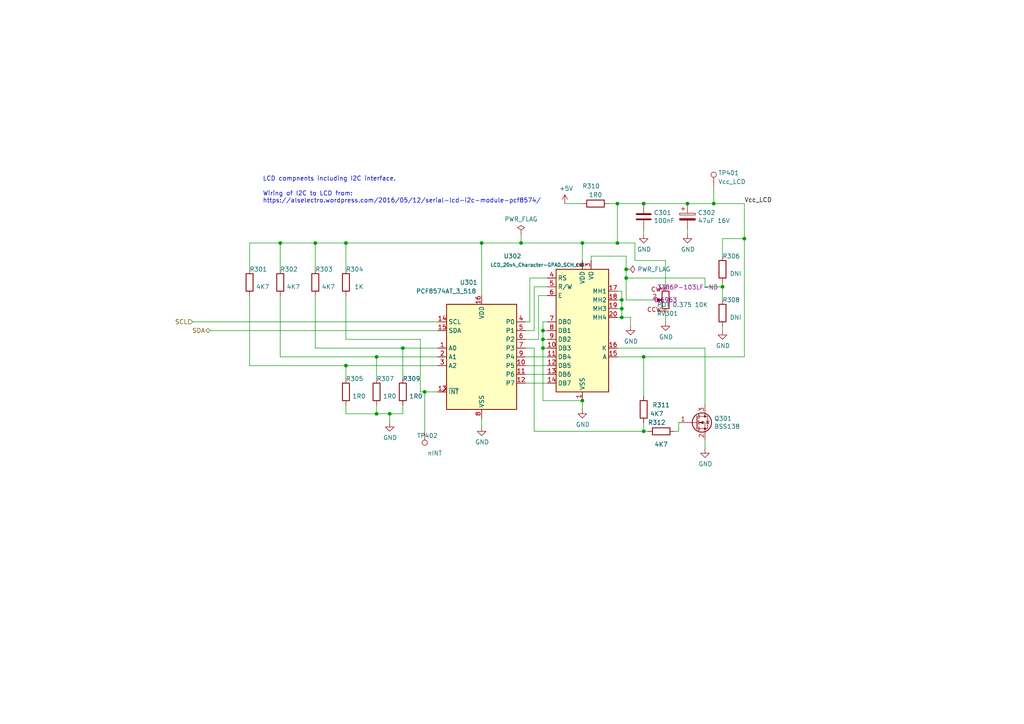
<source format=kicad_sch>
(kicad_sch (version 20230121) (generator eeschema)
  (paper "A4")
  (lib_symbols
    (symbol "Connector:TestPoint" (pin_numbers hide) (pin_names (offset 0.762) hide)
      (property "Reference" "TP" (at 0 6.858 0))
      (property "Value" "TestPoint" (at 0 5.08 0))
      (symbol "TestPoint_0_1"
        (circle (center 0 3.302) (radius 0.762))
      )
      (symbol "TestPoint_1_1"
        (pin passive line (at 0 0 90) (length 2.54) (name "1") (number "1"))
      )
    )
    (symbol "Device:C" (pin_numbers hide) (pin_names (offset 0.254))
      (property "Reference" "C" (at 0.635 2.54 0))
      (property "Value" "C" (at 0.635 -2.54 0))
      (symbol "C_0_1"
        (polyline (pts (xy -2.032 -0.762) (xy 2.032 -0.762)) (stroke (width 0.508)))
        (polyline (pts (xy -2.032 0.762) (xy 2.032 0.762)) (stroke (width 0.508)))
      )
      (symbol "C_1_1"
        (pin passive line (at 0 3.81 270) (length 2.794) (name "~") (number "1"))
        (pin passive line (at 0 -3.81 90) (length 2.794) (name "~") (number "2"))
      )
    )
    (symbol "Device:C_Polarized" (pin_numbers hide) (pin_names (offset 0.254))
      (property "Reference" "C" (at 0.635 2.54 0))
      (property "Value" "C_Polarized" (at 0.635 -2.54 0))
      (symbol "C_Polarized_0_1"
        (rectangle (start -2.286 0.508) (end 2.286 1.016))
        (polyline (pts (xy -1.778 2.286) (xy -0.762 2.286)))
        (polyline (pts (xy -1.27 2.794) (xy -1.27 1.778)))
        (rectangle (start 2.286 -0.508) (end -2.286 -1.016) (fill (type outline)))
      )
      (symbol "C_Polarized_1_1"
        (pin passive line (at 0 3.81 270) (length 2.794) (name "~") (number "1"))
        (pin passive line (at 0 -3.81 90) (length 2.794) (name "~") (number "2"))
      )
    )
    (symbol "Device:R" (pin_numbers hide) (pin_names (offset 0))
      (property "Reference" "R" (at 2.032 0 90))
      (property "Value" "R" (at 0 0 90))
      (symbol "R_0_1"
        (rectangle (start -1.016 -2.54) (end 1.016 2.54) (stroke (width 0.254)))
      )
      (symbol "R_1_1"
        (pin passive line (at 0 3.81 270) (length 1.27) (name "~") (number "1"))
        (pin passive line (at 0 -3.81 90) (length 1.27) (name "~") (number "2"))
      )
    )
    (symbol "GPAD_SCH_LIB:LCD_20x4_Character-GPAD_SCH_LIB"
      (property "Reference" "U" (at -6.35 19.05 0))
      (property "Value" "LCD_20x4_Character-GPAD_SCH_LIB" (at 5.08 19.05 0))
      (symbol "LCD_20x4_Character-GPAD_SCH_LIB_0_1"
        (rectangle (start -7.62 17.78) (end 7.62 -17.78) (stroke (width 0.254)) (fill (type background)))
      )
      (symbol "LCD_20x4_Character-GPAD_SCH_LIB_1_1"
        (pin power_in line (at 0 -20.32 90) (length 2.54) (name "VSS") (number "1"))
        (pin input line (at -10.16 -5.08 0) (length 2.54) (name "DB3") (number "10"))
        (pin bidirectional line (at -10.16 -7.62 0) (length 2.54) (name "DB4") (number "11"))
        (pin bidirectional line (at -10.16 -10.16 0) (length 2.54) (name "DB5") (number "12"))
        (pin bidirectional line (at -10.16 -12.7 0) (length 2.54) (name "DB6") (number "13"))
        (pin bidirectional line (at -10.16 -15.24 0) (length 2.54) (name "DB7") (number "14"))
        (pin passive line (at 10.16 -7.62 180) (length 2.54) (name "A") (number "15"))
        (pin passive line (at 10.16 -5.08 180) (length 2.54) (name "K") (number "16"))
        (pin power_in line (at 10.16 11.43 180) (length 2.54) (name "MH1") (number "17"))
        (pin power_in line (at 10.16 8.89 180) (length 2.54) (name "MH2") (number "18"))
        (pin power_in line (at 10.16 6.35 180) (length 2.54) (name "MH3") (number "19"))
        (pin power_in line (at 0 20.32 270) (length 2.54) (name "VDD") (number "2"))
        (pin power_in line (at 10.16 3.81 180) (length 2.54) (name "MH4") (number "20"))
        (pin power_in line (at 2.54 20.32 270) (length 2.54) (name "VO") (number "3"))
        (pin input line (at -10.16 15.24 0) (length 2.54) (name "RS") (number "4"))
        (pin input line (at -10.16 12.7 0) (length 2.54) (name "R/W") (number "5"))
        (pin input line (at -10.16 10.16 0) (length 2.54) (name "E") (number "6"))
        (pin input line (at -10.16 2.54 0) (length 2.54) (name "DB0") (number "7"))
        (pin input line (at -10.16 0 0) (length 2.54) (name "DB1") (number "8"))
        (pin input line (at -10.16 -2.54 0) (length 2.54) (name "DB2") (number "9"))
      )
    )
    (symbol "GPAD_SCH_LIB:PCF8574AT_3_518"
      (property "Reference" "U301" (at 2.0194 20.32 0))
      (property "Value" "PCF8574AT_3_518" (at 2.0194 17.78 0))
      (symbol "PCF8574AT_3_518_0_1"
        (rectangle (start -10.16 15.24) (end 10.16 -15.24) (stroke (width 0.254)) (fill (type background)))
      )
      (symbol "PCF8574AT_3_518_1_1"
        (pin input line (at -12.7 2.54 0) (length 2.54) (name "A0") (number "1"))
        (pin bidirectional line (at 12.7 -2.54 180) (length 2.54) (name "P5") (number "10"))
        (pin bidirectional line (at 12.7 -5.08 180) (length 2.54) (name "P6") (number "11"))
        (pin bidirectional line (at 12.7 -7.62 180) (length 2.54) (name "P7") (number "12"))
        (pin open_collector output_low (at -12.7 -10.16 0) (length 2.54) (name "~{INT}") (number "13"))
        (pin input line (at -12.7 10.16 0) (length 2.54) (name "SCL") (number "14"))
        (pin bidirectional line (at -12.7 7.62 0) (length 2.54) (name "SDA") (number "15"))
        (pin power_in line (at 0 17.78 270) (length 2.54) (name "VDD") (number "16"))
        (pin input line (at -12.7 0 0) (length 2.54) (name "A1") (number "2"))
        (pin input line (at -12.7 -2.54 0) (length 2.54) (name "A2") (number "3"))
        (pin bidirectional line (at 12.7 10.16 180) (length 2.54) (name "P0") (number "4"))
        (pin bidirectional line (at 12.7 7.62 180) (length 2.54) (name "P1") (number "5"))
        (pin bidirectional line (at 12.7 5.08 180) (length 2.54) (name "P2") (number "6"))
        (pin bidirectional line (at 12.7 2.54 180) (length 2.54) (name "P3") (number "7"))
        (pin power_in line (at 0 -17.78 90) (length 2.54) (name "VSS") (number "8"))
        (pin bidirectional line (at 12.7 0 180) (length 2.54) (name "P4") (number "9"))
      )
    )
    (symbol "GPAD_SCH_LIB:POT 0.375 10K" (pin_names (offset 1.016) hide)
      (property "Reference" "RV301" (at 2.54 3.9371 0))
      (property "Value" "POT 0.375 10K" (at 2.54 1.3971 0))
      (property "Assembly Type" "HAND" (at 2.54 -1.1429 0))
      (property "Distributor 2 PN" "3386P-103LF-ND" (at 2.54 -3.6829 0))
      (property "Cost" "0.6963" (at 0 0 0))
      (symbol "POT 0.375 10K_0_0"
        (text "CCW" (at 3.302 2.794 0) (effects (font (size 1.27 1.27))))
        (text "CW" (at 2.794 -3.048 0) (effects (font (size 1.27 1.27))))
      )
      (symbol "POT 0.375 10K_0_1"
        (polyline (pts (xy 2.54 0) (xy 1.524 0)))
        (polyline (pts (xy 1.143 0) (xy 2.286 0.508) (xy 2.286 -0.508) (xy 1.143 0)) (fill (type outline)))
        (rectangle (start 1.016 2.54) (end -1.016 -2.54) (stroke (width 0.254)))
      )
      (symbol "POT 0.375 10K_1_1"
        (pin passive line (at 0 3.81 270) (length 1.27) (name "1") (number "1"))
        (pin passive line (at 3.81 0 180) (length 1.27) (name "2") (number "2"))
        (pin passive line (at 0 -3.81 90) (length 1.27) (name "3") (number "3"))
      )
    )
    (symbol "Transistor_FET:BSS138" (pin_names hide)
      (property "Reference" "Q" (at 5.08 1.905 0))
      (property "Value" "BSS138" (at 5.08 0 0))
      (symbol "BSS138_0_1"
        (polyline (pts (xy 0.254 0) (xy -2.54 0)))
        (polyline (pts (xy 0.254 1.905) (xy 0.254 -1.905)) (stroke (width 0.254)))
        (polyline (pts (xy 0.762 -1.27) (xy 0.762 -2.286)) (stroke (width 0.254)))
        (polyline (pts (xy 0.762 0.508) (xy 0.762 -0.508)) (stroke (width 0.254)))
        (polyline (pts (xy 0.762 2.286) (xy 0.762 1.27)) (stroke (width 0.254)))
        (polyline (pts (xy 2.54 2.54) (xy 2.54 1.778)))
        (polyline (pts (xy 2.54 -2.54) (xy 2.54 0) (xy 0.762 0)))
        (polyline (pts (xy 0.762 -1.778) (xy 3.302 -1.778) (xy 3.302 1.778) (xy 0.762 1.778)))
        (polyline (pts (xy 1.016 0) (xy 2.032 0.381) (xy 2.032 -0.381) (xy 1.016 0)) (fill (type outline)))
        (polyline (pts (xy 2.794 0.508) (xy 2.921 0.381) (xy 3.683 0.381) (xy 3.81 0.254)))
        (polyline (pts (xy 3.302 0.381) (xy 2.921 -0.254) (xy 3.683 -0.254) (xy 3.302 0.381)))
        (circle (center 1.651 0) (radius 2.794) (stroke (width 0.254)))
        (circle (center 2.54 -1.778) (radius 0.254) (fill (type outline)))
        (circle (center 2.54 1.778) (radius 0.254) (fill (type outline)))
      )
      (symbol "BSS138_1_1"
        (pin input line (at -5.08 0 0) (length 2.54) (name "G") (number "1"))
        (pin passive line (at 2.54 -5.08 90) (length 2.54) (name "S") (number "2"))
        (pin passive line (at 2.54 5.08 270) (length 2.54) (name "D") (number "3"))
      )
    )
    (symbol "power:+5V" (power) (pin_names (offset 0))
      (property "Value" "+5V" (at 0 3.556 0))
      (symbol "+5V_0_1"
        (polyline (pts (xy -0.762 1.27) (xy 0 2.54)))
        (polyline (pts (xy 0 0) (xy 0 2.54)))
        (polyline (pts (xy 0 2.54) (xy 0.762 1.27)))
      )
      (symbol "+5V_1_1"
        (pin power_in line (at 0 0 90) (length 0) hide (name "+5V") (number "1"))
      )
    )
    (symbol "power:GND" (power) (pin_names (offset 0))
      (property "Value" "GND" (at 0 -3.81 0))
      (symbol "GND_0_1"
        (polyline (pts (xy 0 0) (xy 0 -1.27) (xy 1.27 -1.27) (xy 0 -2.54) (xy -1.27 -1.27) (xy 0 -1.27)))
      )
      (symbol "GND_1_1"
        (pin power_in line (at 0 0 270) (length 0) hide (name "GND") (number "1"))
      )
    )
    (symbol "power:PWR_FLAG" (power) (pin_numbers hide) (pin_names (offset 0) hide)
      (property "Value" "PWR_FLAG" (at 0 3.81 0))
      (symbol "PWR_FLAG_0_0"
        (pin power_out line (at 0 0 90) (length 0) (name "pwr") (number "1"))
      )
      (symbol "PWR_FLAG_0_1"
        (polyline (pts (xy 0 0) (xy 0 1.27) (xy -1.016 1.905) (xy 0 2.54) (xy 1.016 1.905) (xy 0 1.27)))
      )
    )
  )
  (junction (at 168.91 70.485))
  (junction (at 116.84 100.965))
  (junction (at 157.48 100.965))
  (junction (at 179.07 70.485))
  (junction (at 109.22 103.505))
  (junction (at 179.07 59.055))
  (junction (at 186.69 59.055))
  (junction (at 180.34 92.075))
  (junction (at 181.61 80.645))
  (junction (at 157.48 98.425))
  (junction (at 181.61 78.105))
  (junction (at 91.44 70.485))
  (junction (at 180.34 89.535))
  (junction (at 199.39 59.055))
  (junction (at 109.22 120.015))
  (junction (at 186.69 125.095))
  (junction (at 123.19 113.665))
  (junction (at 215.9 69.215))
  (junction (at 209.55 83.185))
  (junction (at 113.03 120.015))
  (junction (at 157.48 95.885))
  (junction (at 139.7 70.485))
  (junction (at 100.33 70.485))
  (junction (at 151.13 70.485))
  (junction (at 168.91 116.205))
  (junction (at 100.33 106.045))
  (junction (at 81.28 70.485))
  (junction (at 186.69 103.505))
  (junction (at 207.01 59.055))
  (junction (at 180.34 86.995))
  (wire (pts (xy 179.07 84.455) (xy 180.34 84.455)))
  (wire (pts (xy 152.4 103.505) (xy 158.75 103.505)))
  (wire (pts (xy 180.34 92.075) (xy 182.88 92.075)))
  (wire (pts (xy 151.13 67.945) (xy 151.13 70.485)))
  (wire (pts (xy 181.61 80.645) (xy 204.47 80.645)))
  (wire (pts (xy 109.22 109.855) (xy 109.22 103.505)))
  (wire (pts (xy 186.69 103.505) (xy 179.07 103.505)))
  (wire (pts (xy 152.4 95.885) (xy 154.94 95.885)))
  (wire (pts (xy 158.75 100.965) (xy 157.48 100.965)))
  (wire (pts (xy 179.07 89.535) (xy 180.34 89.535)))
  (wire (pts (xy 154.94 125.095) (xy 186.69 125.095)))
  (wire (pts (xy 163.83 59.055) (xy 168.91 59.055)))
  (wire (pts (xy 154.94 95.885) (xy 154.94 83.185)))
  (wire (pts (xy 181.61 86.995) (xy 189.23 86.995)))
  (wire (pts (xy 179.07 100.965) (xy 204.47 100.965)))
  (wire (pts (xy 181.61 74.295) (xy 181.61 78.105)))
  (wire (pts (xy 215.9 103.505) (xy 186.69 103.505)))
  (wire (pts (xy 209.55 83.185) (xy 209.55 81.915)))
  (wire (pts (xy 151.13 70.485) (xy 168.91 70.485)))
  (wire (pts (xy 157.48 93.345) (xy 158.75 93.345)))
  (wire (pts (xy 209.55 95.885) (xy 209.55 94.615)))
  (wire (pts (xy 199.39 66.675) (xy 199.39 67.945)))
  (wire (pts (xy 72.39 70.485) (xy 81.28 70.485)))
  (wire (pts (xy 204.47 83.185) (xy 209.55 83.185)))
  (wire (pts (xy 113.03 122.555) (xy 113.03 120.015)))
  (wire (pts (xy 180.34 84.455) (xy 180.34 86.995)))
  (wire (pts (xy 204.47 100.965) (xy 204.47 117.475)))
  (wire (pts (xy 184.15 75.565) (xy 193.04 75.565)))
  (wire (pts (xy 215.9 69.215) (xy 215.9 103.505)))
  (wire (pts (xy 91.44 70.485) (xy 100.33 70.485)))
  (wire (pts (xy 158.75 98.425) (xy 157.48 98.425)))
  (wire (pts (xy 157.48 95.885) (xy 157.48 93.345)))
  (wire (pts (xy 157.48 100.965) (xy 157.48 116.205)))
  (wire (pts (xy 156.21 85.725) (xy 158.75 85.725)))
  (wire (pts (xy 168.91 118.745) (xy 168.91 116.205)))
  (wire (pts (xy 215.9 59.055) (xy 215.9 69.215)))
  (wire (pts (xy 152.4 108.585) (xy 158.75 108.585)))
  (wire (pts (xy 176.53 59.055) (xy 179.07 59.055)))
  (wire (pts (xy 100.33 109.855) (xy 100.33 106.045)))
  (wire (pts (xy 199.39 59.055) (xy 207.01 59.055)))
  (wire (pts (xy 139.7 123.825) (xy 139.7 121.285)))
  (wire (pts (xy 157.48 100.965) (xy 157.48 98.425)))
  (wire (pts (xy 72.39 106.045) (xy 72.39 85.725)))
  (wire (pts (xy 209.55 86.995) (xy 209.55 83.185)))
  (wire (pts (xy 81.28 78.105) (xy 81.28 70.485)))
  (wire (pts (xy 100.33 106.045) (xy 72.39 106.045)))
  (wire (pts (xy 186.69 125.095) (xy 186.69 122.555)))
  (wire (pts (xy 113.03 120.015) (xy 116.84 120.015)))
  (wire (pts (xy 81.28 103.505) (xy 81.28 85.725)))
  (wire (pts (xy 109.22 117.475) (xy 109.22 120.015)))
  (wire (pts (xy 193.04 90.805) (xy 193.04 93.345)))
  (wire (pts (xy 127 103.505) (xy 109.22 103.505)))
  (wire (pts (xy 153.67 80.645) (xy 153.67 93.345)))
  (wire (pts (xy 186.69 114.935) (xy 186.69 103.505)))
  (wire (pts (xy 116.84 120.015) (xy 116.84 117.475)))
  (wire (pts (xy 100.33 120.015) (xy 109.22 120.015)))
  (wire (pts (xy 121.92 113.665) (xy 121.92 98.425)))
  (wire (pts (xy 204.47 127.635) (xy 204.47 130.175)))
  (wire (pts (xy 181.61 78.105) (xy 181.61 80.645)))
  (wire (pts (xy 179.07 70.485) (xy 168.91 70.485)))
  (wire (pts (xy 121.92 113.665) (xy 123.19 113.665)))
  (wire (pts (xy 182.88 92.075) (xy 182.88 94.615)))
  (wire (pts (xy 207.01 59.055) (xy 215.9 59.055)))
  (wire (pts (xy 72.39 78.105) (xy 72.39 70.485)))
  (wire (pts (xy 158.75 80.645) (xy 153.67 80.645)))
  (wire (pts (xy 156.21 98.425) (xy 156.21 85.725)))
  (wire (pts (xy 123.19 113.665) (xy 127 113.665)))
  (wire (pts (xy 123.19 125.095) (xy 123.19 113.665)))
  (wire (pts (xy 109.22 103.505) (xy 81.28 103.505)))
  (wire (pts (xy 204.47 80.645) (xy 204.47 83.185)))
  (wire (pts (xy 171.45 74.295) (xy 181.61 74.295)))
  (wire (pts (xy 193.04 83.185) (xy 193.04 75.565)))
  (wire (pts (xy 181.61 80.645) (xy 181.61 86.995)))
  (wire (pts (xy 179.07 70.485) (xy 184.15 70.485)))
  (wire (pts (xy 184.15 70.485) (xy 184.15 75.565)))
  (wire (pts (xy 179.07 59.055) (xy 179.07 70.485)))
  (wire (pts (xy 139.7 85.725) (xy 139.7 70.485)))
  (wire (pts (xy 100.33 70.485) (xy 139.7 70.485)))
  (wire (pts (xy 157.48 98.425) (xy 157.48 95.885)))
  (wire (pts (xy 168.91 70.485) (xy 168.91 75.565)))
  (wire (pts (xy 207.01 53.975) (xy 207.01 59.055)))
  (wire (pts (xy 127 106.045) (xy 100.33 106.045)))
  (wire (pts (xy 127 100.965) (xy 116.84 100.965)))
  (wire (pts (xy 186.69 67.945) (xy 186.69 66.675)))
  (wire (pts (xy 100.33 85.725) (xy 100.33 98.425)))
  (wire (pts (xy 179.07 86.995) (xy 180.34 86.995)))
  (wire (pts (xy 157.48 116.205) (xy 168.91 116.205)))
  (wire (pts (xy 180.34 89.535) (xy 180.34 92.075)))
  (wire (pts (xy 91.44 100.965) (xy 91.44 85.725)))
  (wire (pts (xy 196.85 122.555) (xy 196.85 125.095)))
  (wire (pts (xy 152.4 98.425) (xy 156.21 98.425)))
  (wire (pts (xy 116.84 109.855) (xy 116.84 100.965)))
  (wire (pts (xy 116.84 100.965) (xy 91.44 100.965)))
  (wire (pts (xy 179.07 92.075) (xy 180.34 92.075)))
  (wire (pts (xy 152.4 111.125) (xy 158.75 111.125)))
  (wire (pts (xy 158.75 95.885) (xy 157.48 95.885)))
  (wire (pts (xy 195.58 125.095) (xy 196.85 125.095)))
  (wire (pts (xy 152.4 100.965) (xy 154.94 100.965)))
  (wire (pts (xy 60.96 95.885) (xy 127 95.885)))
  (wire (pts (xy 109.22 120.015) (xy 113.03 120.015)))
  (wire (pts (xy 209.55 69.215) (xy 215.9 69.215)))
  (wire (pts (xy 121.92 98.425) (xy 100.33 98.425)))
  (wire (pts (xy 179.07 59.055) (xy 186.69 59.055)))
  (wire (pts (xy 154.94 83.185) (xy 158.75 83.185)))
  (wire (pts (xy 81.28 70.485) (xy 91.44 70.485)))
  (wire (pts (xy 100.33 117.475) (xy 100.33 120.015)))
  (wire (pts (xy 186.69 125.095) (xy 187.96 125.095)))
  (wire (pts (xy 152.4 106.045) (xy 158.75 106.045)))
  (wire (pts (xy 55.88 93.345) (xy 127 93.345)))
  (wire (pts (xy 154.94 100.965) (xy 154.94 125.095)))
  (wire (pts (xy 153.67 93.345) (xy 152.4 93.345)))
  (wire (pts (xy 91.44 78.105) (xy 91.44 70.485)))
  (wire (pts (xy 209.55 74.295) (xy 209.55 69.215)))
  (wire (pts (xy 139.7 70.485) (xy 151.13 70.485)))
  (wire (pts (xy 180.34 86.995) (xy 180.34 89.535)))
  (wire (pts (xy 186.69 59.055) (xy 199.39 59.055)))
  (wire (pts (xy 171.45 75.565) (xy 171.45 74.295)))
  (wire (pts (xy 100.33 78.105) (xy 100.33 70.485)))
  (text "LCD compnents including I2C interface." (at 76.2 52.705 0) (effects (font (size 1.27 1.27)) (justify left bottom)))
  (text "Wiring of I2C to LCD from:\nhttps://alselectro.wordpress.com/2016/05/12/serial-lcd-i2c-module-pcf8574/" (at 76.2 59.055 0) (effects (font (size 1.27 1.27)) (justify left bottom)))
  (label "Vcc_LCD" (at 215.9 59.055 0))
  (hierarchical_label "SCL" (shape input) (at 55.88 93.345 180))
  (hierarchical_label "SDA" (shape bidirectional) (at 60.96 95.885 180))
  (symbol (lib_id "Device:R") (at 172.72 59.055 270) (unit 1)
    (property "Reference" "R310" (at 171.45 53.975 90))
    (property "Value" "1R0" (at 172.72 56.515 90))
    (property "Footprint" "Resistor_SMD:R_0603_1608Metric_Pad0.98x0.95mm_HandSolder" (effects hide))
    (property "Distributor 1" "JLCPCB" (effects hide))
    (property "Distributor 1 PN" "C269434" (effects hide))
    (property "Manufacturer" "TyoHM" (effects hide))
    (property "MPN" "RMC060315%N" (effects hide))
    (property "Description" "0.1W ±5% 1Ω 0603 Chip Resistor - Surface Mount ROHS" (effects hide))
    (property "AssemblyType" "SMT" (effects hide))
    (property "Cost" "0.0015" (effects hide))
    (instances (project "GeneralPurposeAlarmDevicePCB" (path "" (reference "R310") (unit 1))) (project "Krake_V1" (path "" (reference "R20") (unit 1)) (path "" (reference "R?") (unit 1))))
  )
  (symbol (lib_id "Connector:TestPoint") (at 207.01 53.975 0) (unit 1)
    (property "Reference" "TP401" (at 208.28 50.165 0) (effects (justify left)))
    (property "Value" "Vcc_LCD" (at 208.28 52.705 0) (effects (justify left)))
    (property "Footprint" "TestPoint:TestPoint_Loop_D2.54mm_Drill1.5mm_Beaded" (effects hide))
    (property "AssemblyType" "HAND" (effects hide))
    (instances (project "GeneralPurposeAlarmDevicePCB" (path "" (reference "TP401") (unit 1))) (project "Krake_V1" (path "" (reference "TP5") (unit 1)) (path "" (reference "TP?") (unit 1))))
  )
  (symbol (lib_id "Device:C_Polarized") (at 199.39 62.865 0) (unit 1)
    (property "Reference" "C302" (at 202.3872 61.6966 0) (effects (justify left)))
    (property "Value" "47uF 16V" (at 202.3872 64.008 0) (effects (justify left)))
    (property "Footprint" "Capacitor_SMD:CP_Elec_5x5.4" (effects hide))
    (property "Distributor 1" "JLCPCB" (effects hide))
    (property "Distributor 1 PN" "C2895272" (effects hide))
    (property "Manufacturer" "KNSCHA" (effects hide))
    (property "MPN" "RVT47UF16V67RV0019" (effects hide))
    (property "AssemblyType" "SMT" (effects hide))
    (property "Cost" "0.038" (effects hide))
    (instances (project "GeneralPurposeAlarmDevicePCB" (path "" (reference "C302") (unit 1))) (project "Krake_V1" (path "" (reference "C9") (unit 1)) (path "" (reference "C?") (unit 1))))
  )
  (symbol (lib_id "Device:C") (at 186.69 62.865 0) (unit 1)
    (property "Reference" "C301" (at 189.611 61.6966 0) (effects (justify left)))
    (property "Value" "100nF" (at 189.611 64.008 0) (effects (justify left)))
    (property "Footprint" "Capacitor_SMD:C_0603_1608Metric_Pad1.08x0.95mm_HandSolder" (effects hide))
    (property "Distributor 1" "JLCPCB" (effects hide))
    (property "Distributor 1 PN" "C14663" (effects hide))
    (property "Manufacturer" "YAGEO" (effects hide))
    (property "MPN" "CC0603KRX7R9BB104" (effects hide))
    (property "Description" "50V 100nF X7R ±10% 0603 Multilayer Ceramic Capacitors MLCC - SMD/SMT ROHS" (effects hide))
    (property "AssemblyType" "SMT" (effects hide))
    (property "Cost" "0.0021" (effects hide))
    (instances (project "GeneralPurposeAlarmDevicePCB" (path "" (reference "C301") (unit 1))) (project "Krake_V1" (path "" (reference "C8") (unit 1)) (path "" (reference "C?") (unit 1))))
  )
  (symbol (lib_id "Device:R") (at 186.69 118.745 180) (unit 1)
    (property "Reference" "R311" (at 191.77 117.475 0))
    (property "Value" "4K7" (at 190.5 120.015 0))
    (property "Footprint" "Resistor_SMD:R_0603_1608Metric_Pad0.98x0.95mm_HandSolder" (effects hide))
    (property "Distributor 1" "JLCPCB" (effects hide))
    (property "Distributor 1 PN" "C269713" (effects hide))
    (property "Manufacturer" "TyoHM" (effects hide))
    (property "MPN" "RMC 0603 4K7 F N" (effects hide))
    (property "Description" "1W ±1% 4.7kΩ 0603 Chip Resistor - Surface Mount ROHS" (effects hide))
    (property "AssemblyType" "SMT" (effects hide))
    (property "Cost" "0.0015" (effects hide))
    (instances (project "GeneralPurposeAlarmDevicePCB" (path "" (reference "R311") (unit 1))) (project "Krake_V1" (path "" (reference "R21") (unit 1)) (path "" (reference "R?") (unit 1))))
  )
  (symbol (lib_id "Device:R") (at 109.22 113.665 0) (unit 1)
    (property "Reference" "R307" (at 111.76 109.855 0))
    (property "Value" "1R0" (at 113.03 114.935 0))
    (property "Footprint" "Resistor_SMD:R_0603_1608Metric_Pad0.98x0.95mm_HandSolder" (effects hide))
    (property "Distributor 1" "JLCPCB" (effects hide))
    (property "Distributor 1 PN" "C269434" (effects hide))
    (property "Manufacturer" "TyoHM" (effects hide))
    (property "MPN" "RMC060315%N" (effects hide))
    (property "Description" "0.1W ±5% 1Ω 0603 Chip Resistor - Surface Mount ROHS" (effects hide))
    (property "AssemblyType" "SMT" (effects hide))
    (property "Cost" "0.0015" (effects hide))
    (instances (project "GeneralPurposeAlarmDevicePCB" (path "" (reference "R307") (unit 1))) (project "Krake_V1" (path "" (reference "R10") (unit 1)) (path "" (reference "R?") (unit 1))))
  )
  (symbol (lib_id "power:PWR_FLAG") (at 181.61 78.105 270) (unit 1)
    (property "Reference" "#FLG0302" (effects hide))
    (property "Value" "PWR_FLAG" (at 184.8612 78.105 90) (effects (justify left)))
    (instances (project "GeneralPurposeAlarmDevicePCB" (path "" (reference "#FLG0302") (unit 1))) (project "Krake_V1" (path "" (reference "#FLG06") (unit 1)) (path "" (reference "#FLG08") (unit 1))))
  )
  (symbol (lib_id "Device:R") (at 191.77 125.095 270) (unit 1)
    (property "Reference" "R312" (at 190.5 122.555 90))
    (property "Value" "4K7" (at 191.77 128.905 90))
    (property "Footprint" "Resistor_SMD:R_0603_1608Metric_Pad0.98x0.95mm_HandSolder" (effects hide))
    (property "Distributor 1" "JLCPCB" (effects hide))
    (property "Distributor 1 PN" "C269713" (effects hide))
    (property "Manufacturer" "TyoHM" (effects hide))
    (property "MPN" "RMC 0603 4K7 F N" (effects hide))
    (property "Description" "1W ±1% 4.7kΩ 0603 Chip Resistor - Surface Mount ROHS" (effects hide))
    (property "AssemblyType" "SMT" (effects hide))
    (property "Cost" "0.0015" (effects hide))
    (instances (project "GeneralPurposeAlarmDevicePCB" (path "" (reference "R312") (unit 1))) (project "Krake_V1" (path "" (reference "R22") (unit 1)) (path "" (reference "R?") (unit 1))))
  )
  (symbol (lib_id "power:GND") (at 186.69 67.945 0) (unit 1)
    (property "Reference" "#PWR0305" (effects hide))
    (property "Value" "GND" (at 186.817 72.3392 0))
    (instances (project "GeneralPurposeAlarmDevicePCB" (path "" (reference "#PWR0305") (unit 1))) (project "Krake_V1" (path "" (reference "#PWR026") (unit 1)) (path "" (reference "#PWR039") (unit 1))))
  )
  (symbol (lib_id "GPAD_SCH_LIB:PCF8574AT_3_518") (at 139.7 103.505 0) (unit 1)
    (property "Reference" "U301" (at 133.35 81.915 0) (effects (justify left)))
    (property "Value" "PCF8574AT_3_518" (at 120.65 84.455 0) (effects (justify left)))
    (property "Footprint" "Package_SO:SOIC-16W_7.5x10.3mm_P1.27mm" (effects hide))
    (property "Datasheet" "https://datasheet.lcsc.com/lcsc/1811151526_NXP-Semicon-PCF8574AT-3-518_C86832.pdf" (effects hide))
    (property "AssemblyType" "SMT" (effects hide))
    (property "Cost" "1.87" (effects hide))
    (property "Distributor 1" "JLCPCB" (effects hide))
    (property "Distributor 1 PN" "C86832" (effects hide))
    (property "MPN" "PCF8574AT_3_518" (effects hide))
    (instances (project "GeneralPurposeAlarmDevicePCB" (path "" (reference "U301") (unit 1))) (project "Krake_V1" (path "" (reference "U2") (unit 1)) (path "" (reference "U?") (unit 1))))
  )
  (symbol (lib_id "GPAD_SCH_LIB:POT 0.375 10K") (at 193.04 86.995 180) (unit 1)
    (property "Reference" "RV301" (at 190.5 90.9321 0) (effects (justify right)))
    (property "Value" "POT 0.375 10K" (at 190.5 88.3921 0) (effects (justify right)))
    (property "Footprint" "GeneralPurposeAlarmDevicePCB:Potentiometer_Bourns_3386P_Vertical" (effects hide))
    (property "Datasheet" "https://www.bourns.com/docs/Product-Datasheets/3386.pdf" (effects hide))
    (property "Distributor 1" "JLCPCB" (effects hide))
    (property "Distributor 1 PN" "C116281" (effects hide))
    (property "MPN" "3386P-1-103LF" (effects hide))
    (property "Distributor 2" "Digi-Key" (effects hide))
    (property "Distributor 2 PN" "3386P-103LF-ND" (at 190.5 83.3121 0) (effects (justify right)))
    (property "Cost" "0.6963" (at 193.04 86.995 0))
    (property "Manufacturer" "BOURNS" (effects hide))
    (property "AssemblyType" "SMT" (effects hide))
    (property "Description" "±10% ±100ppm/℃ 10kΩ Plugin Variable Resistors/Potentiometers ROHS" (effects hide))
    (instances (project "GeneralPurposeAlarmDevicePCB" (path "" (reference "RV301") (unit 1))) (project "Krake_V1" (path "" (reference "RV1") (unit 1)) (path "" (reference "RV?") (unit 1))))
  )
  (symbol (lib_id "power:GND") (at 199.39 67.945 0) (unit 1)
    (property "Reference" "#PWR0307" (effects hide))
    (property "Value" "GND" (at 199.517 72.3392 0))
    (instances (project "GeneralPurposeAlarmDevicePCB" (path "" (reference "#PWR0307") (unit 1))) (project "Krake_V1" (path "" (reference "#PWR028") (unit 1)) (path "" (reference "#PWR041") (unit 1))))
  )
  (symbol (lib_id "power:GND") (at 113.03 122.555 0) (unit 1)
    (property "Reference" "#PWR0301" (effects hide))
    (property "Value" "GND" (at 113.157 126.9492 0))
    (instances (project "GeneralPurposeAlarmDevicePCB" (path "" (reference "#PWR0301") (unit 1))) (project "Krake_V1" (path "" (reference "#PWR03") (unit 1)) (path "" (reference "#PWR034") (unit 1))))
  )
  (symbol (lib_id "Device:R") (at 116.84 113.665 0) (unit 1)
    (property "Reference" "R309" (at 119.38 109.855 0))
    (property "Value" "1R0" (at 120.65 114.935 0))
    (property "Footprint" "Resistor_SMD:R_0603_1608Metric_Pad0.98x0.95mm_HandSolder" (effects hide))
    (property "Distributor 1" "JLCPCB" (effects hide))
    (property "Distributor 1 PN" "C269434" (effects hide))
    (property "Manufacturer" "TyoHM" (effects hide))
    (property "MPN" "RMC060315%N" (effects hide))
    (property "Description" "0.1W ±5% 1Ω 0603 Chip Resistor - Surface Mount ROHS" (effects hide))
    (property "AssemblyType" "SMT" (effects hide))
    (property "Cost" "0.0015" (effects hide))
    (instances (project "GeneralPurposeAlarmDevicePCB" (path "" (reference "R309") (unit 1))) (project "Krake_V1" (path "" (reference "R12") (unit 1)) (path "" (reference "R?") (unit 1))))
  )
  (symbol (lib_id "Device:R") (at 91.44 81.915 180) (unit 1)
    (property "Reference" "R303" (at 93.98 78.105 0))
    (property "Value" "4K7" (at 95.25 83.185 0))
    (property "Footprint" "Resistor_SMD:R_0603_1608Metric_Pad0.98x0.95mm_HandSolder" (effects hide))
    (property "Distributor 1" "JLCPCB" (effects hide))
    (property "Distributor 1 PN" "C269713" (effects hide))
    (property "Manufacturer" "TyoHM" (effects hide))
    (property "MPN" "RMC 0603 4K7 F N" (effects hide))
    (property "Description" "1W ±1% 4.7kΩ 0603 Chip Resistor - Surface Mount ROHS" (effects hide))
    (property "AssemblyType" "SMT" (effects hide))
    (property "Cost" "0.0015" (effects hide))
    (instances (project "GeneralPurposeAlarmDevicePCB" (path "" (reference "R303") (unit 1))) (project "Krake_V1" (path "" (reference "R7") (unit 1)) (path "" (reference "R?") (unit 1))))
  )
  (symbol (lib_id "power:GND") (at 139.7 123.825 0) (unit 1)
    (property "Reference" "#PWR0302" (effects hide))
    (property "Value" "GND" (at 139.827 128.2192 0))
    (instances (project "GeneralPurposeAlarmDevicePCB" (path "" (reference "#PWR0302") (unit 1))) (project "Krake_V1" (path "" (reference "#PWR04") (unit 1)) (path "" (reference "#PWR035") (unit 1))))
  )
  (symbol (lib_id "Device:R") (at 100.33 113.665 0) (unit 1)
    (property "Reference" "R305" (at 102.87 109.855 0))
    (property "Value" "1R0" (at 104.14 114.935 0))
    (property "Footprint" "Resistor_SMD:R_0603_1608Metric_Pad0.98x0.95mm_HandSolder" (effects hide))
    (property "Distributor 1" "JLCPCB" (effects hide))
    (property "Distributor 1 PN" "C269434" (effects hide))
    (property "Manufacturer" "TyoHM" (effects hide))
    (property "MPN" "RMC060315%N" (effects hide))
    (property "Description" "0.1W ±5% 1Ω 0603 Chip Resistor - Surface Mount ROHS" (effects hide))
    (property "AssemblyType" "SMT" (effects hide))
    (property "Cost" "0.0015" (effects hide))
    (instances (project "GeneralPurposeAlarmDevicePCB" (path "" (reference "R305") (unit 1))) (project "Krake_V1" (path "" (reference "R9") (unit 1)) (path "" (reference "R?") (unit 1))))
  )
  (symbol (lib_id "GPAD_SCH_LIB:LCD_20x4_Character-GPAD_SCH_LIB") (at 168.91 95.885 0) (unit 1)
    (property "Reference" "U302" (at 146.05 74.295 0) (effects (justify left)))
    (property "Value" "LCD_20x4_Character-GPAD_SCH_LIB" (at 142.24 76.835 0) (effects (font (size 1 1)) (justify left)))
    (property "Footprint" "GPAD:LCD_2004A" (effects hide))
    (property "Distributor 1" "Aliexpress" (effects hide))
    (property "Distributor 1 PN" "https://www.aliexpress.com/item/3256803213374992.html" (effects hide))
    (property "Distributor 2" "Amazon" (effects hide))
    (property "Distributor 2 PN" "https://www.amazon.com/GeeekPi-Interface-Adapter-Backlight-Raspberry/dp/B07QLRD3TM/ref=sr_1_2" (effects hide))
    (property "Cost" "4.99" (effects hide))
    (property "AssemblyType" "HAND" (effects hide))
    (instances (project "GeneralPurposeAlarmDevicePCB" (path "" (reference "U302") (unit 1))) (project "Krake_V1" (path "" (reference "U3") (unit 1)) (path "" (reference "U?") (unit 1))))
  )
  (symbol (lib_id "Connector:TestPoint") (at 123.19 125.095 180) (unit 1)
    (property "Reference" "TP402" (at 127 126.365 0) (effects (justify left)))
    (property "Value" "nINT" (at 128.27 131.445 0) (effects (justify left)))
    (property "Footprint" "TestPoint:TestPoint_Loop_D2.54mm_Drill1.5mm_Beaded" (effects hide))
    (property "AssemblyType" "HAND" (effects hide))
    (instances (project "GeneralPurposeAlarmDevicePCB" (path "" (reference "TP402") (unit 1))) (project "Krake_V1" (path "" (reference "TP3") (unit 1)) (path "" (reference "TP?") (unit 1))))
  )
  (symbol (lib_id "Device:R") (at 72.39 81.915 180) (unit 1)
    (property "Reference" "R301" (at 74.93 78.105 0))
    (property "Value" "4K7" (at 76.2 83.185 0))
    (property "Footprint" "Resistor_SMD:R_0603_1608Metric_Pad0.98x0.95mm_HandSolder" (effects hide))
    (property "Distributor 1" "JLCPCB" (effects hide))
    (property "Distributor 1 PN" "C269713" (effects hide))
    (property "Manufacturer" "TyoHM" (effects hide))
    (property "MPN" "RMC 0603 4K7 F N" (effects hide))
    (property "Description" "1W ±1% 4.7kΩ 0603 Chip Resistor - Surface Mount ROHS" (effects hide))
    (property "AssemblyType" "SMT" (effects hide))
    (property "Cost" "0.0015" (effects hide))
    (instances (project "GeneralPurposeAlarmDevicePCB" (path "" (reference "R301") (unit 1))) (project "Krake_V1" (path "" (reference "R5") (unit 1)) (path "" (reference "R?") (unit 1))))
  )
  (symbol (lib_id "power:GND") (at 193.04 93.345 0) (unit 1)
    (property "Reference" "#PWR0306" (effects hide))
    (property "Value" "GND" (at 193.167 97.7392 0))
    (instances (project "GeneralPurposeAlarmDevicePCB" (path "" (reference "#PWR0306") (unit 1))) (project "Krake_V1" (path "" (reference "#PWR027") (unit 1)) (path "" (reference "#PWR040") (unit 1))))
  )
  (symbol (lib_id "Device:R") (at 100.33 81.915 180) (unit 1)
    (property "Reference" "R304" (at 102.87 78.105 0))
    (property "Value" "1K" (at 104.14 83.185 0))
    (property "Footprint" "Resistor_SMD:R_0603_1608Metric_Pad0.98x0.95mm_HandSolder" (effects hide))
    (property "Distributor 1" "JLCPCB" (effects hide))
    (property "Distributor 1 PN" "C269704" (effects hide))
    (property "Manufacturer" "TyoHM" (effects hide))
    (property "MPN" "RMC06031K1%N" (effects hide))
    (property "Description" "0.1W ±1% 1kΩ 0603 Chip Resistor - Surface Mount ROHS" (effects hide))
    (property "AssemblyType" "SMT" (effects hide))
    (property "Cost" "0.0015" (effects hide))
    (instances (project "GeneralPurposeAlarmDevicePCB" (path "" (reference "R304") (unit 1))) (project "Krake_V1" (path "" (reference "R8") (unit 1)) (path "" (reference "R?") (unit 1))))
  )
  (symbol (lib_id "power:GND") (at 168.91 118.745 0) (unit 1)
    (property "Reference" "#PWR0304" (effects hide))
    (property "Value" "GND" (at 169.037 123.1392 0))
    (instances (project "GeneralPurposeAlarmDevicePCB" (path "" (reference "#PWR0304") (unit 1))) (project "Krake_V1" (path "" (reference "#PWR010") (unit 1)) (path "" (reference "#PWR037") (unit 1))))
  )
  (symbol (lib_id "power:PWR_FLAG") (at 151.13 67.945 0) (unit 1)
    (property "Reference" "#FLG0301" (effects hide))
    (property "Value" "PWR_FLAG" (at 151.13 63.5508 0))
    (instances (project "GeneralPurposeAlarmDevicePCB" (path "" (reference "#FLG0301") (unit 1))) (project "Krake_V1" (path "" (reference "#FLG05") (unit 1)) (path "" (reference "#FLG07") (unit 1))))
  )
  (symbol (lib_id "power:GND") (at 209.55 95.885 0) (unit 1)
    (property "Reference" "#PWR0309" (effects hide))
    (property "Value" "GND" (at 209.677 100.2792 0))
    (instances (project "GeneralPurposeAlarmDevicePCB" (path "" (reference "#PWR0309") (unit 1))) (project "Krake_V1" (path "" (reference "#PWR030") (unit 1)) (path "" (reference "#PWR043") (unit 1))))
  )
  (symbol (lib_id "power:GND") (at 204.47 130.175 0) (unit 1)
    (property "Reference" "#PWR0308" (effects hide))
    (property "Value" "GND" (at 204.597 134.5692 0))
    (instances (project "GeneralPurposeAlarmDevicePCB" (path "" (reference "#PWR0308") (unit 1))) (project "Krake_V1" (path "" (reference "#PWR029") (unit 1)) (path "" (reference "#PWR042") (unit 1))))
  )
  (symbol (lib_id "Device:R") (at 81.28 81.915 180) (unit 1)
    (property "Reference" "R302" (at 83.82 78.105 0))
    (property "Value" "4K7" (at 85.09 83.185 0))
    (property "Footprint" "Resistor_SMD:R_0603_1608Metric_Pad0.98x0.95mm_HandSolder" (effects hide))
    (property "Distributor 1" "JLCPCB" (effects hide))
    (property "Distributor 1 PN" "C269713" (effects hide))
    (property "Manufacturer" "TyoHM" (effects hide))
    (property "MPN" "RMC 0603 4K7 F N" (effects hide))
    (property "Description" "1W ±1% 4.7kΩ 0603 Chip Resistor - Surface Mount ROHS" (effects hide))
    (property "AssemblyType" "SMT" (effects hide))
    (property "Cost" "0.0015" (effects hide))
    (instances (project "GeneralPurposeAlarmDevicePCB" (path "" (reference "R302") (unit 1))) (project "Krake_V1" (path "" (reference "R6") (unit 1)) (path "" (reference "R?") (unit 1))))
  )
  (symbol (lib_id "power:+5V") (at 163.83 59.055 0) (unit 1)
    (property "Reference" "#PWR0303" (effects hide))
    (property "Value" "+5V" (at 164.211 54.6608 0))
    (instances (project "GeneralPurposeAlarmDevicePCB" (path "" (reference "#PWR0303") (unit 1))) (project "Krake_V1" (path "" (reference "#PWR09") (unit 1)) (path "" (reference "#PWR036") (unit 1))))
  )
  (symbol (lib_id "Transistor_FET:BSS138") (at 201.93 122.555 0) (unit 1)
    (property "Reference" "Q301" (at 207.1116 121.3866 0) (effects (justify left)))
    (property "Value" "BSS138" (at 207.1116 123.698 0) (effects (justify left)))
    (property "Footprint" "Package_TO_SOT_SMD:SOT-23" (effects hide))
    (property "Datasheet" "https://www.onsemi.com/pub/Collateral/BSS138-D.PDF" (effects hide))
    (property "Description" "N-Channel Enhancement Mode Field Effect Transistor" (effects hide))
    (property "Distributor 1" "JLCPCB" (effects hide))
    (property "Distributor 1 PN" "C400505" (effects hide))
    (property "Manufacturer" "Yangzhou Yangjie Electronic Technology Co., Ltd" (effects hide))
    (property "MPN" "BSS138" (effects hide))
    (property "AssemblyType" "SMT" (effects hide))
    (property "Cost" "0.0196" (effects hide))
    (instances (project "GeneralPurposeAlarmDevicePCB" (path "" (reference "Q301") (unit 1))) (project "Krake_V1" (path "" (reference "Q1") (unit 1)) (path "" (reference "Q?") (unit 1))))
  )
  (symbol (lib_id "Device:R") (at 209.55 78.105 180) (unit 1)
    (property "Reference" "R306" (at 212.09 74.295 0))
    (property "Value" "DNI" (at 213.36 79.375 0))
    (property "Footprint" "Resistor_SMD:R_0603_1608Metric_Pad0.98x0.95mm_HandSolder" (effects hide))
    (property "Distributor 1" "DNI" (effects hide))
    (property "Distributor 1 PN" "DNI" (effects hide))
    (property "Manufacturer" "TyoHM" (effects hide))
    (property "MPN" "DNI" (effects hide))
    (property "Description" "DNI" (effects hide))
    (property "AssemblyType" "SMT" (effects hide))
    (property "Cost" "0.0015" (effects hide))
    (instances (project "GeneralPurposeAlarmDevicePCB" (path "" (reference "R306") (unit 1))) (project "Krake_V1" (path "" (reference "R23") (unit 1)) (path "" (reference "R?") (unit 1))))
  )
  (symbol (lib_id "Device:R") (at 209.55 90.805 180) (unit 1)
    (property "Reference" "R308" (at 212.09 86.995 0))
    (property "Value" "DNI" (at 213.36 92.075 0))
    (property "Footprint" "Resistor_SMD:R_0603_1608Metric_Pad0.98x0.95mm_HandSolder" (effects hide))
    (property "Distributor 1" "DNI" (effects hide))
    (property "Distributor 1 PN" "DNI" (effects hide))
    (property "Manufacturer" "TyoHM" (effects hide))
    (property "MPN" "DNI" (effects hide))
    (property "Description" "DNI" (effects hide))
    (property "AssemblyType" "SMT" (effects hide))
    (property "Cost" "0.0015" (effects hide))
    (instances (project "GeneralPurposeAlarmDevicePCB" (path "" (reference "R308") (unit 1))) (project "Krake_V1" (path "" (reference "R24") (unit 1)) (path "" (reference "R?") (unit 1))))
  )
  (symbol (lib_id "power:GND") (at 182.88 94.615 0) (unit 1)
    (property "Reference" "#PWR0126" (effects hide))
    (property "Value" "GND" (at 183.007 99.0092 0))
    (instances (project "GeneralPurposeAlarmDevicePCB" (path "" (reference "#PWR0126") (unit 1))) (project "Krake_V1" (path "" (reference "#PWR025") (unit 1)) (path "" (reference "#PWR038") (unit 1))))
  )
)
</source>
